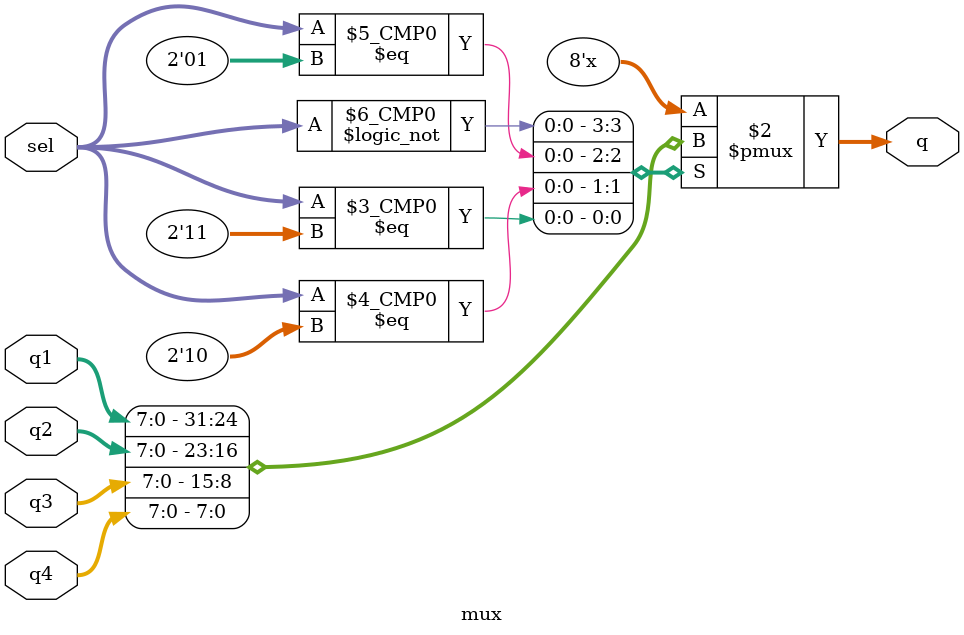
<source format=v>
module top_module (
    input clk,
    input [7:0] d,
    input [1:0] sel,
    output [7:0] q
);
  wire [7:0] q1, q2, q3;
  my_dff8 test1 (
      .clk(clk),
      .d  (d),
      .q  (q1)
  );
  my_dff8 test2 (
      .clk(clk),
      .d  (q1),
      .q  (q2)
  );
  my_dff8 test3 (
      .clk(clk),
      .d  (q2),
      .q  (q3)
  );
  mux test4 (
      .q1 (d),
      .q2 (q1),
      .q3 (q2),
      .q4 (q3),
      .q  (q),
      .sel(sel)
  );

endmodule
module mux (
    input [7:0] q1,
    q2,
    q3,
    q4,
    input [1:0] sel,
    output reg [7:0] q
);
  always @(*) begin
    case (sel)
      2'b00: q = q1;
      2'b01: q = q2;
      2'b10: q = q3;
      2'b11: q = q4;
    endcase
  end
endmodule

</source>
